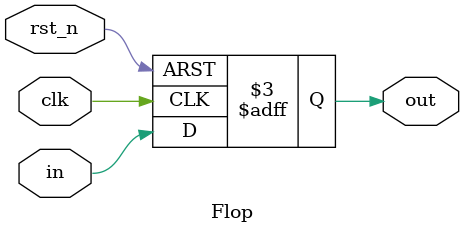
<source format=sv>

module DetectStableEdge(clk, rst_n, _in, stable, delayed, posEdge, negEdge);
	parameter RESET = 0;

	input clk, rst_n;
	input _in;
	output stable;
	output delayed;
	output posEdge;
	output negEdge;

	logic firstFlopped;

	Flop #(RESET) ff1(clk, rst_n, _in, firstFlopped);
	Flop #(RESET) ff2(clk, rst_n, firstFlopped, stable);
	Flop #(RESET) ff3(clk, rst_n, stable, delayed);

	assign posEdge = delayed && !stable;
	assign negEdge = !delayed && stable;

endmodule

module NegEdgeDetect(clk, rst_n, is, neg);
	parameter RESET = 0;

	input clk, rst_n; // Clock and active low asynchronous reset
	input is;         // The current input value

	output logic neg; // 1 iff input is 0 now and was 1 last posedge clk

	reg was;          // The old value of is

	Flop #(RESET) remember_last(clk, rst_n, is, was); // Remember is as was

	always_comb begin
		neg = was && !is; // was 1 and is 0
	end

endmodule

module Stabilize(clk, rst_n, in, out);
	parameter RESET = 0;

	input clk, rst_n;  // Clock and active low asynchronous reset
	input in;          // The unstable input
	logic first_ff;    // The half-stable value
	output logic out;  // A metastable version of in, delayed by two clocks

	Flop #(RESET) sequencer (clk, rst_n, in, first_ff);  // Create metastability by
	Flop #(RESET) stabilizer(clk, rst_n, first_ff, out); // double-flopping in

endmodule

module Bit(clk, rst_n, set, clr, val);
	parameter RESET = 0;

	input clk, rst_n; // Clock and active low asynchronous reset
	input set;        // Forces val to 1 (has precedence over clr)
	input clr;        // Forces val to 0
	output logic val; // Retains its value unless set or clr are 1

	logic next_val;
	assign next_val = set ? 1 :
	                  clr ? 0 :
	                  val;

	Flop #(RESET) the_bit(clk, rst_n, next_val, val);
endmodule

module Flop(clk, rst_n, in, out);
	parameter RESET = 0;

	input clk, rst_n;  // Clock and active low asynchronous reset
	input in;          // The value to flop
	output reg out;    // The value from last clock

	always_ff @(posedge clk or negedge rst_n) begin
		if (!rst_n) begin
			out <= RESET;  // Reset to RESET
		end else begin
			out <= in; // Remember in as out
		end
	end

endmodule

</source>
